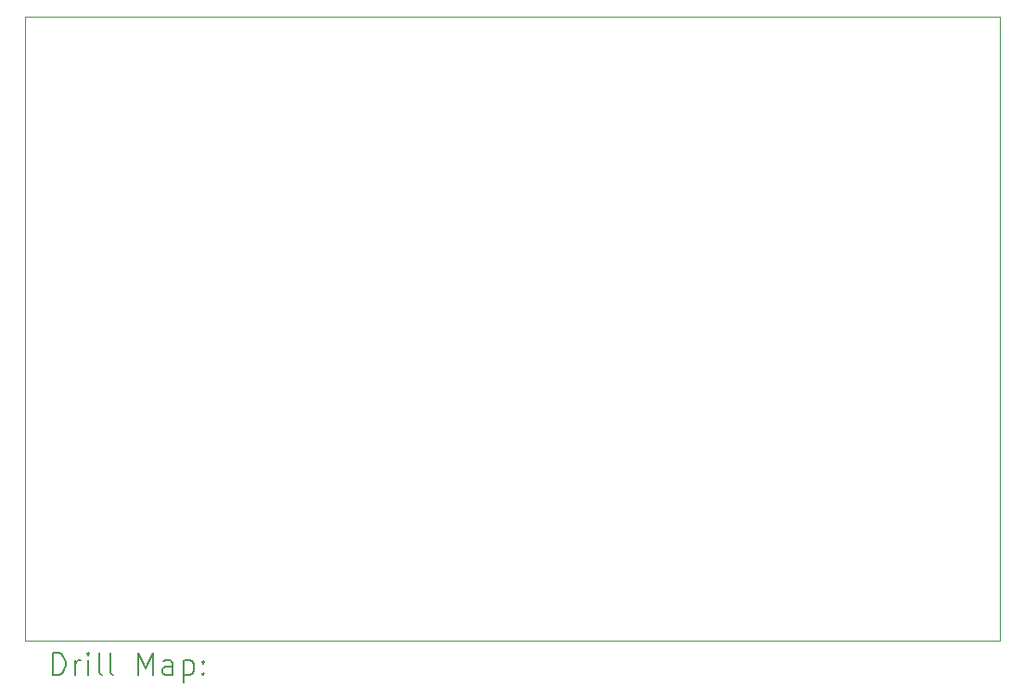
<source format=gbr>
%TF.GenerationSoftware,KiCad,Pcbnew,8.0.5-8.0.5-0~ubuntu22.04.1*%
%TF.CreationDate,2024-10-01T15:38:50-06:00*%
%TF.ProjectId,z80 RPM,7a383020-5250-44d2-9e6b-696361645f70,1.1*%
%TF.SameCoordinates,Original*%
%TF.FileFunction,Drillmap*%
%TF.FilePolarity,Positive*%
%FSLAX45Y45*%
G04 Gerber Fmt 4.5, Leading zero omitted, Abs format (unit mm)*
G04 Created by KiCad (PCBNEW 8.0.5-8.0.5-0~ubuntu22.04.1) date 2024-10-01 15:38:50*
%MOMM*%
%LPD*%
G01*
G04 APERTURE LIST*
%ADD10C,0.050000*%
%ADD11C,0.200000*%
G04 APERTURE END LIST*
D10*
X4797000Y-8452000D02*
X13697000Y-8452000D01*
X13697000Y-2752000D02*
X4797000Y-2752000D01*
X4797000Y-2752000D02*
X4797000Y-8452000D01*
X13697000Y-8452000D02*
X13697000Y-2752000D01*
D11*
X5055277Y-8765984D02*
X5055277Y-8565984D01*
X5055277Y-8565984D02*
X5102896Y-8565984D01*
X5102896Y-8565984D02*
X5131467Y-8575508D01*
X5131467Y-8575508D02*
X5150515Y-8594555D01*
X5150515Y-8594555D02*
X5160039Y-8613603D01*
X5160039Y-8613603D02*
X5169563Y-8651698D01*
X5169563Y-8651698D02*
X5169563Y-8680270D01*
X5169563Y-8680270D02*
X5160039Y-8718365D01*
X5160039Y-8718365D02*
X5150515Y-8737412D01*
X5150515Y-8737412D02*
X5131467Y-8756460D01*
X5131467Y-8756460D02*
X5102896Y-8765984D01*
X5102896Y-8765984D02*
X5055277Y-8765984D01*
X5255277Y-8765984D02*
X5255277Y-8632650D01*
X5255277Y-8670746D02*
X5264801Y-8651698D01*
X5264801Y-8651698D02*
X5274324Y-8642174D01*
X5274324Y-8642174D02*
X5293372Y-8632650D01*
X5293372Y-8632650D02*
X5312420Y-8632650D01*
X5379086Y-8765984D02*
X5379086Y-8632650D01*
X5379086Y-8565984D02*
X5369563Y-8575508D01*
X5369563Y-8575508D02*
X5379086Y-8585031D01*
X5379086Y-8585031D02*
X5388610Y-8575508D01*
X5388610Y-8575508D02*
X5379086Y-8565984D01*
X5379086Y-8565984D02*
X5379086Y-8585031D01*
X5502896Y-8765984D02*
X5483848Y-8756460D01*
X5483848Y-8756460D02*
X5474324Y-8737412D01*
X5474324Y-8737412D02*
X5474324Y-8565984D01*
X5607658Y-8765984D02*
X5588610Y-8756460D01*
X5588610Y-8756460D02*
X5579086Y-8737412D01*
X5579086Y-8737412D02*
X5579086Y-8565984D01*
X5836229Y-8765984D02*
X5836229Y-8565984D01*
X5836229Y-8565984D02*
X5902896Y-8708841D01*
X5902896Y-8708841D02*
X5969562Y-8565984D01*
X5969562Y-8565984D02*
X5969562Y-8765984D01*
X6150515Y-8765984D02*
X6150515Y-8661222D01*
X6150515Y-8661222D02*
X6140991Y-8642174D01*
X6140991Y-8642174D02*
X6121943Y-8632650D01*
X6121943Y-8632650D02*
X6083848Y-8632650D01*
X6083848Y-8632650D02*
X6064801Y-8642174D01*
X6150515Y-8756460D02*
X6131467Y-8765984D01*
X6131467Y-8765984D02*
X6083848Y-8765984D01*
X6083848Y-8765984D02*
X6064801Y-8756460D01*
X6064801Y-8756460D02*
X6055277Y-8737412D01*
X6055277Y-8737412D02*
X6055277Y-8718365D01*
X6055277Y-8718365D02*
X6064801Y-8699317D01*
X6064801Y-8699317D02*
X6083848Y-8689793D01*
X6083848Y-8689793D02*
X6131467Y-8689793D01*
X6131467Y-8689793D02*
X6150515Y-8680270D01*
X6245753Y-8632650D02*
X6245753Y-8832650D01*
X6245753Y-8642174D02*
X6264801Y-8632650D01*
X6264801Y-8632650D02*
X6302896Y-8632650D01*
X6302896Y-8632650D02*
X6321943Y-8642174D01*
X6321943Y-8642174D02*
X6331467Y-8651698D01*
X6331467Y-8651698D02*
X6340991Y-8670746D01*
X6340991Y-8670746D02*
X6340991Y-8727889D01*
X6340991Y-8727889D02*
X6331467Y-8746936D01*
X6331467Y-8746936D02*
X6321943Y-8756460D01*
X6321943Y-8756460D02*
X6302896Y-8765984D01*
X6302896Y-8765984D02*
X6264801Y-8765984D01*
X6264801Y-8765984D02*
X6245753Y-8756460D01*
X6426705Y-8746936D02*
X6436229Y-8756460D01*
X6436229Y-8756460D02*
X6426705Y-8765984D01*
X6426705Y-8765984D02*
X6417182Y-8756460D01*
X6417182Y-8756460D02*
X6426705Y-8746936D01*
X6426705Y-8746936D02*
X6426705Y-8765984D01*
X6426705Y-8642174D02*
X6436229Y-8651698D01*
X6436229Y-8651698D02*
X6426705Y-8661222D01*
X6426705Y-8661222D02*
X6417182Y-8651698D01*
X6417182Y-8651698D02*
X6426705Y-8642174D01*
X6426705Y-8642174D02*
X6426705Y-8661222D01*
M02*

</source>
